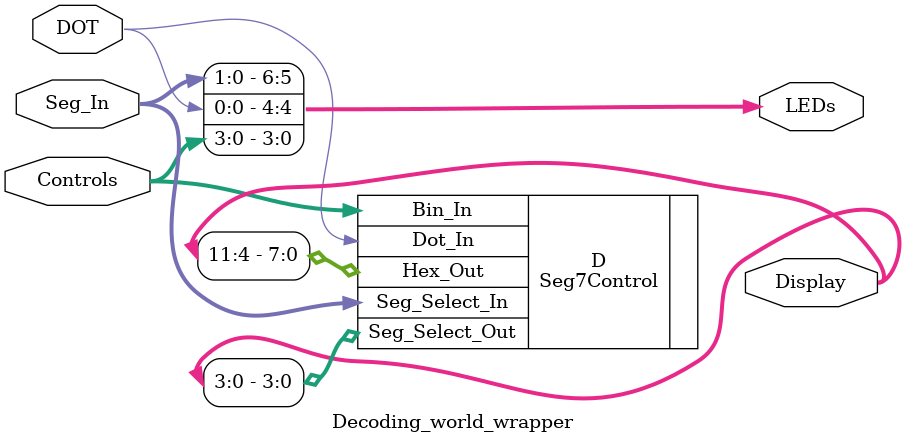
<source format=v>
`timescale 1ns / 1ps

module Decoding_world_wrapper(
    input [3:0] Controls,
    input [1:0] Seg_In,
    input DOT,
    output [11:0] Display,
    output [6:0] LEDs
    );

    Seg7Control D(
        .Seg_Select_In(Seg_In),
        .Bin_In(Controls),
        .Dot_In(DOT),
        .Seg_Select_Out(Display[3:0]),
        .Hex_Out(Display[11:4])    
    );
    
    assign LEDs[3:0] = Controls;
    assign LEDs[4] = DOT;
    assign LEDs[6:5] = Seg_In;


endmodule

</source>
